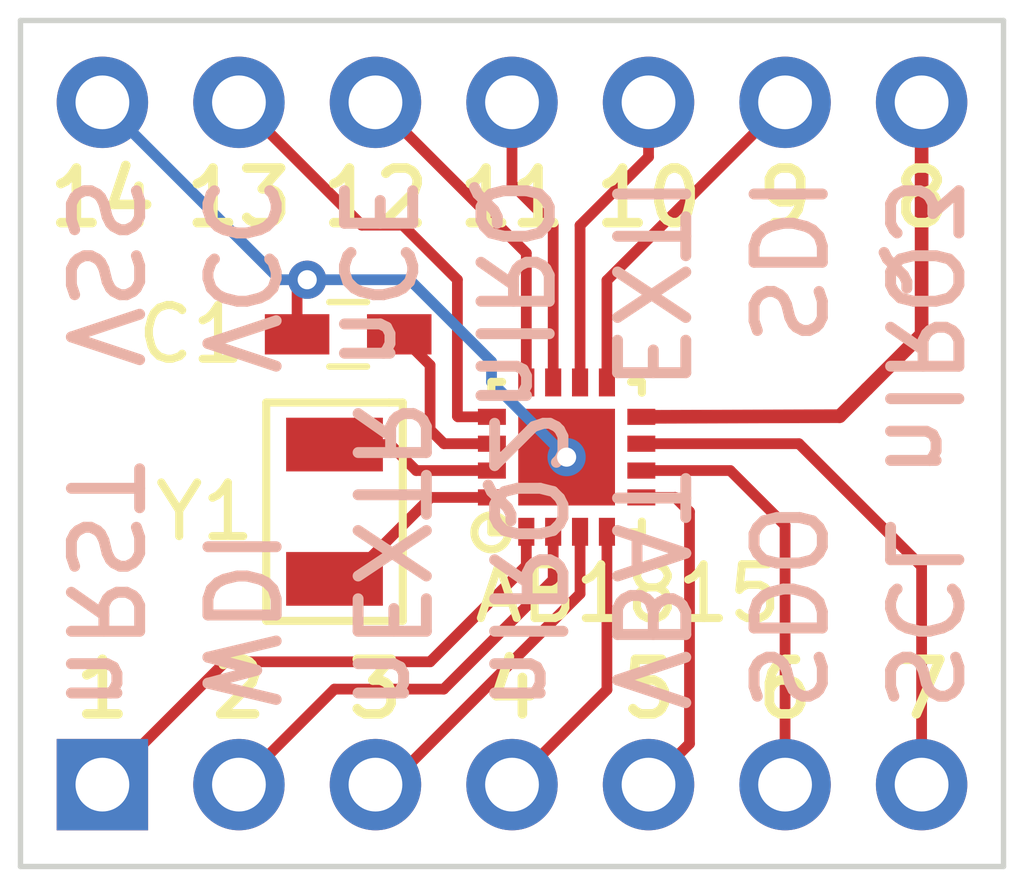
<source format=kicad_pcb>
(kicad_pcb (version 4) (host pcbnew 4.0.6)

  (general
    (links 19)
    (no_connects 0)
    (area 201.625999 150.825999 220.014001 166.674001)
    (thickness 1.6)
    (drawings 32)
    (tracks 63)
    (zones 0)
    (modules 6)
    (nets 18)
  )

  (page A3)
  (layers
    (0 F.Cu signal)
    (31 B.Cu signal)
    (32 B.Adhes user)
    (33 F.Adhes user)
    (34 B.Paste user)
    (35 F.Paste user)
    (36 B.SilkS user)
    (37 F.SilkS user)
    (38 B.Mask user)
    (39 F.Mask user)
    (40 Dwgs.User user)
    (41 Cmts.User user)
    (42 Eco1.User user)
    (43 Eco2.User user)
    (44 Edge.Cuts user)
  )

  (setup
    (last_trace_width 0.2)
    (user_trace_width 0.254)
    (trace_clearance 0.2)
    (zone_clearance 0.508)
    (zone_45_only no)
    (trace_min 0.1778)
    (segment_width 0.2)
    (edge_width 0.1)
    (via_size 0.889)
    (via_drill 0.635)
    (via_min_size 0.7112)
    (via_min_drill 0.3556)
    (user_via 0.7112 0.3556)
    (uvia_size 0.508)
    (uvia_drill 0.127)
    (uvias_allowed no)
    (uvia_min_size 0.508)
    (uvia_min_drill 0.127)
    (pcb_text_width 0.3)
    (pcb_text_size 1.5 1.5)
    (mod_edge_width 0.15)
    (mod_text_size 1 1)
    (mod_text_width 0.15)
    (pad_size 1.7 1.7)
    (pad_drill 1)
    (pad_to_mask_clearance 0)
    (aux_axis_origin 0 0)
    (visible_elements FFFFFFBF)
    (pcbplotparams
      (layerselection 0x00030_80000001)
      (usegerberextensions true)
      (excludeedgelayer true)
      (linewidth 0.150000)
      (plotframeref false)
      (viasonmask false)
      (mode 1)
      (useauxorigin false)
      (hpglpennumber 1)
      (hpglpenspeed 20)
      (hpglpendiameter 15)
      (hpglpenoverlay 2)
      (psnegative false)
      (psa4output false)
      (plotreference true)
      (plotvalue true)
      (plotinvisibletext false)
      (padsonsilk false)
      (subtractmaskfromsilk false)
      (outputformat 1)
      (mirror false)
      (drillshape 1)
      (scaleselection 1)
      (outputdirectory ""))
  )

  (net 0 "")
  (net 1 /nRST)
  (net 2 /WDI)
  (net 3 /nEXTR)
  (net 4 /PSW/nIRQ2)
  (net 5 /nCE)
  (net 6 /FOUT/nIRQ)
  (net 7 /EXTI)
  (net 8 /SDI)
  (net 9 /CLKOUT/nIRQ3)
  (net 10 /SCL)
  (net 11 /SDO)
  (net 12 /VBAT)
  (net 13 /VCC)
  (net 14 "Net-(C1-Pad1)")
  (net 15 "Net-(U1-Pad15)")
  (net 16 "Net-(U1-Pad16)")
  (net 17 GND)

  (net_class Default "This is the default net class."
    (clearance 0.2)
    (trace_width 0.2)
    (via_dia 0.889)
    (via_drill 0.635)
    (uvia_dia 0.508)
    (uvia_drill 0.127)
    (add_net /CLKOUT/nIRQ3)
    (add_net /EXTI)
    (add_net /FOUT/nIRQ)
    (add_net /PSW/nIRQ2)
    (add_net /SCL)
    (add_net /SDI)
    (add_net /SDO)
    (add_net /VBAT)
    (add_net /VCC)
    (add_net /WDI)
    (add_net /nCE)
    (add_net /nEXTR)
    (add_net /nRST)
    (add_net GND)
    (add_net "Net-(C1-Pad1)")
    (add_net "Net-(U1-Pad15)")
    (add_net "Net-(U1-Pad16)")
  )

  (module Pin_Header_Straight_1x07_Pitch2.54mm2 (layer F.Cu) (tedit 58F9855C) (tstamp 58F96AA3)
    (at 203.2 165.1 90)
    (descr "Through hole straight pin header, 1x07, 2.54mm pitch, single row")
    (tags "Through hole pin header THT 1x07 2.54mm single row")
    (path /58F96620)
    (fp_text reference J1 (at -0.254 -3.048 180) (layer F.SilkS) hide
      (effects (font (size 1 1) (thickness 0.15)))
    )
    (fp_text value CONN_01X07 (at -2.921 12.446 180) (layer F.Fab) hide
      (effects (font (size 1 1) (thickness 0.15)))
    )
    (fp_line (start -1.8 -1.8) (end -1.8 17.05) (layer F.CrtYd) (width 0.05))
    (fp_line (start -1.8 17.05) (end 1.8 17.05) (layer F.CrtYd) (width 0.05))
    (fp_line (start 1.8 17.05) (end 1.8 -1.8) (layer F.CrtYd) (width 0.05))
    (fp_line (start 1.8 -1.8) (end -1.8 -1.8) (layer F.CrtYd) (width 0.05))
    (pad 1 thru_hole rect (at 0 0 90) (size 1.7 1.7) (drill 1) (layers *.Cu *.Mask)
      (net 1 /nRST))
    (pad 2 thru_hole oval (at 0 2.54 90) (size 1.7 1.7) (drill 1) (layers *.Cu *.Mask)
      (net 2 /WDI))
    (pad 3 thru_hole oval (at 0 5.08 90) (size 1.7 1.7) (drill 1) (layers *.Cu *.Mask)
      (net 3 /nEXTR))
    (pad 4 thru_hole oval (at 0 7.62 90) (size 1.7 1.7) (drill 1) (layers *.Cu *.Mask)
      (net 4 /PSW/nIRQ2))
    (pad 5 thru_hole oval (at 0 10.16 90) (size 1.7 1.7) (drill 1) (layers *.Cu *.Mask)
      (net 12 /VBAT))
    (pad 6 thru_hole oval (at 0 12.7 90) (size 1.7 1.7) (drill 1) (layers *.Cu *.Mask)
      (net 11 /SDO))
    (pad 7 thru_hole oval (at 0 15.24 90) (size 1.7 1.7) (drill 1) (layers *.Cu *.Mask)
      (net 10 /SCL))
    (model ${KISYS3DMOD}/Pin_Headers.3dshapes/Pin_Header_Straight_1x07_Pitch2.54mm.wrl
      (at (xyz 0 -0.3 0))
      (scale (xyz 1 1 1))
      (rotate (xyz 0 0 90))
    )
  )

  (module Pin_Header_Straight_1x07_Pitch2.54mm (layer F.Cu) (tedit 58F984C3) (tstamp 58F96AAE)
    (at 203.2 152.4 90)
    (descr "Through hole straight pin header, 1x07, 2.54mm pitch, single row")
    (tags "Through hole pin header THT 1x07 2.54mm single row")
    (path /58F96967)
    (fp_text reference J2 (at 0 -3.302 180) (layer F.SilkS) hide
      (effects (font (size 1 1) (thickness 0.15)))
    )
    (fp_text value CONN_01X07 (at 2.794 12.573 180) (layer F.Fab) hide
      (effects (font (size 1 1) (thickness 0.15)))
    )
    (fp_line (start -1.8 -1.8) (end -1.8 17.05) (layer F.CrtYd) (width 0.05))
    (fp_line (start -1.8 17.05) (end 1.8 17.05) (layer F.CrtYd) (width 0.05))
    (fp_line (start 1.8 17.05) (end 1.8 -1.8) (layer F.CrtYd) (width 0.05))
    (fp_line (start 1.8 -1.8) (end -1.8 -1.8) (layer F.CrtYd) (width 0.05))
    (pad 1 thru_hole circle (at 0 0 90) (size 1.7 1.7) (drill 1) (layers *.Cu *.Mask)
      (net 17 GND))
    (pad 2 thru_hole oval (at 0 2.54 90) (size 1.7 1.7) (drill 1) (layers *.Cu *.Mask)
      (net 13 /VCC))
    (pad 3 thru_hole oval (at 0 5.08 90) (size 1.7 1.7) (drill 1) (layers *.Cu *.Mask)
      (net 5 /nCE))
    (pad 4 thru_hole oval (at 0 7.62 90) (size 1.7 1.7) (drill 1) (layers *.Cu *.Mask)
      (net 6 /FOUT/nIRQ))
    (pad 5 thru_hole oval (at 0 10.16 90) (size 1.7 1.7) (drill 1) (layers *.Cu *.Mask)
      (net 7 /EXTI))
    (pad 6 thru_hole oval (at 0 12.7 90) (size 1.7 1.7) (drill 1) (layers *.Cu *.Mask)
      (net 8 /SDI))
    (pad 7 thru_hole oval (at 0 15.24 90) (size 1.7 1.7) (drill 1) (layers *.Cu *.Mask)
      (net 9 /CLKOUT/nIRQ3))
    (model ${KISYS3DMOD}/Pin_Headers.3dshapes/Pin_Header_Straight_1x07_Pitch2.54mm.wrl
      (at (xyz 0 -0.3 0))
      (scale (xyz 1 1 1))
      (rotate (xyz 0 0 90))
    )
  )

  (module Capacitors_SMD:C_0603_HandSoldering (layer F.Cu) (tedit 58F97AC7) (tstamp 58F96A98)
    (at 207.772 156.718 180)
    (descr "Capacitor SMD 0603, hand soldering")
    (tags "capacitor 0603")
    (path /58F96539)
    (attr smd)
    (fp_text reference C1 (at 2.921 0 180) (layer F.SilkS)
      (effects (font (size 1 1) (thickness 0.15)))
    )
    (fp_text value 47pF (at -0.4445 3.8989 180) (layer F.Fab)
      (effects (font (size 1 1) (thickness 0.15)))
    )
    (fp_text user %R (at 0 -1.25 180) (layer F.Fab)
      (effects (font (size 1 1) (thickness 0.15)))
    )
    (fp_line (start -0.8 0.4) (end -0.8 -0.4) (layer F.Fab) (width 0.1))
    (fp_line (start 0.8 0.4) (end -0.8 0.4) (layer F.Fab) (width 0.1))
    (fp_line (start 0.8 -0.4) (end 0.8 0.4) (layer F.Fab) (width 0.1))
    (fp_line (start -0.8 -0.4) (end 0.8 -0.4) (layer F.Fab) (width 0.1))
    (fp_line (start -0.35 -0.6) (end 0.35 -0.6) (layer F.SilkS) (width 0.12))
    (fp_line (start 0.35 0.6) (end -0.35 0.6) (layer F.SilkS) (width 0.12))
    (fp_line (start -1.8 -0.65) (end 1.8 -0.65) (layer F.CrtYd) (width 0.05))
    (fp_line (start -1.8 -0.65) (end -1.8 0.65) (layer F.CrtYd) (width 0.05))
    (fp_line (start 1.8 0.65) (end 1.8 -0.65) (layer F.CrtYd) (width 0.05))
    (fp_line (start 1.8 0.65) (end -1.8 0.65) (layer F.CrtYd) (width 0.05))
    (pad 1 smd rect (at -0.95 0 180) (size 1.2 0.75) (layers F.Cu F.Paste F.Mask)
      (net 14 "Net-(C1-Pad1)"))
    (pad 2 smd rect (at 0.95 0 180) (size 1.2 0.75) (layers F.Cu F.Paste F.Mask)
      (net 17 GND))
    (model Capacitors_SMD.3dshapes/C_0603.wrl
      (at (xyz 0 0 0))
      (scale (xyz 1 1 1))
      (rotate (xyz 0 0 0))
    )
  )

  (module crystal:crystal (layer F.Cu) (tedit 58F97C73) (tstamp 58F96AC9)
    (at 207.518 160.02 90)
    (path /58F96103)
    (fp_text reference Y1 (at 0 -2.413 360) (layer F.SilkS)
      (effects (font (size 1 1) (thickness 0.15)))
    )
    (fp_text value Crystal (at 0 -2.032 90) (layer F.Fab) hide
      (effects (font (size 1 1) (thickness 0.15)))
    )
    (fp_line (start -2.032 -1.27) (end 2.032 -1.27) (layer F.SilkS) (width 0.15))
    (fp_line (start 2.032 -1.27) (end 2.032 1.016) (layer F.SilkS) (width 0.15))
    (fp_line (start 2.032 1.016) (end 2.032 1.27) (layer F.SilkS) (width 0.15))
    (fp_line (start 2.032 1.27) (end -2.032 1.27) (layer F.SilkS) (width 0.15))
    (fp_line (start -2.032 1.27) (end -2.032 -1.27) (layer F.SilkS) (width 0.15))
    (pad 1 smd rect (at -1.25 0 90) (size 1 1.8) (layers F.Cu F.Paste F.Mask)
      (net 16 "Net-(U1-Pad16)"))
    (pad 2 smd rect (at 1.25 0 90) (size 1 1.8) (layers F.Cu F.Paste F.Mask)
      (net 15 "Net-(U1-Pad15)"))
  )

  (module qfn16:qfn16 (layer F.Cu) (tedit 58F97ADF) (tstamp 58F97149)
    (at 211.836 159.004)
    (path /58F964D3)
    (clearance 0.1)
    (fp_text reference U1 (at 0 -2.5) (layer F.SilkS) hide
      (effects (font (size 1 1) (thickness 0.15)))
    )
    (fp_text value AB1815 (at 1.143 2.54) (layer F.SilkS)
      (effects (font (size 1 1) (thickness 0.15)))
    )
    (fp_circle (center -1.4 1.4) (end -1.1 1.5) (layer F.SilkS) (width 0.15))
    (fp_line (start -1.2 1.4) (end -1.4 1.4) (layer F.SilkS) (width 0.15))
    (fp_line (start -1.4 1.4) (end -1.4 1.2) (layer F.SilkS) (width 0.15))
    (fp_line (start 1.4 1.2) (end 1.4 1.4) (layer F.SilkS) (width 0.15))
    (fp_line (start 1.4 1.4) (end 1.2 1.4) (layer F.SilkS) (width 0.15))
    (fp_line (start 1.2 -1.4) (end 1.4 -1.4) (layer F.SilkS) (width 0.15))
    (fp_line (start 1.4 -1.4) (end 1.4 -1.2) (layer F.SilkS) (width 0.15))
    (fp_line (start -1.4 -1.2) (end -1.4 -1.4) (layer F.SilkS) (width 0.15))
    (fp_line (start -1.4 -1.4) (end -1.2 -1.4) (layer F.SilkS) (width 0.15))
    (pad 1 smd rect (at -0.75 1.39 180) (size 0.3 0.52) (layers F.Cu F.Paste F.Mask)
      (net 1 /nRST))
    (pad 2 smd rect (at -0.25 1.39 180) (size 0.3 0.52) (layers F.Cu F.Paste F.Mask)
      (net 2 /WDI))
    (pad 3 smd rect (at 0.25 1.39 180) (size 0.3 0.52) (layers F.Cu F.Paste F.Mask)
      (net 3 /nEXTR))
    (pad 4 smd rect (at 0.75 1.39 180) (size 0.3 0.52) (layers F.Cu F.Paste F.Mask)
      (net 4 /PSW/nIRQ2))
    (pad 12 smd rect (at -0.75 -1.39 180) (size 0.3 0.52) (layers F.Cu F.Paste F.Mask)
      (net 5 /nCE))
    (pad 11 smd rect (at -0.25 -1.39 180) (size 0.3 0.52) (layers F.Cu F.Paste F.Mask)
      (net 6 /FOUT/nIRQ))
    (pad 10 smd rect (at 0.25 -1.39 180) (size 0.3 0.52) (layers F.Cu F.Paste F.Mask)
      (net 7 /EXTI))
    (pad 9 smd rect (at 0.75 -1.39 180) (size 0.3 0.52) (layers F.Cu F.Paste F.Mask)
      (net 8 /SDI))
    (pad 8 smd rect (at 1.39 -0.75 180) (size 0.52 0.3) (layers F.Cu F.Paste F.Mask)
      (net 9 /CLKOUT/nIRQ3))
    (pad 7 smd rect (at 1.39 -0.25 180) (size 0.52 0.3) (layers F.Cu F.Paste F.Mask)
      (net 10 /SCL))
    (pad 6 smd rect (at 1.39 0.25 180) (size 0.52 0.3) (layers F.Cu F.Paste F.Mask)
      (net 11 /SDO))
    (pad 5 smd rect (at 1.39 0.75 180) (size 0.52 0.3) (layers F.Cu F.Paste F.Mask)
      (net 12 /VBAT))
    (pad 13 smd rect (at -1.39 -0.75 180) (size 0.52 0.3) (layers F.Cu F.Paste F.Mask)
      (net 13 /VCC))
    (pad 14 smd rect (at -1.39 -0.25 180) (size 0.52 0.3) (layers F.Cu F.Paste F.Mask)
      (net 14 "Net-(C1-Pad1)"))
    (pad 15 smd rect (at -1.39 0.25 180) (size 0.52 0.3) (layers F.Cu F.Paste F.Mask)
      (net 15 "Net-(U1-Pad15)"))
    (pad 16 smd rect (at -1.39 0.75 180) (size 0.52 0.3) (layers F.Cu F.Paste F.Mask)
      (net 16 "Net-(U1-Pad16)"))
    (pad PAD smd rect (at 0 0 180) (size 1.8 1.8) (layers F.Cu F.Paste F.Mask)
      (net 17 GND))
  )

  (module qfn16:via (layer F.Cu) (tedit 58F9818A) (tstamp 58F980CD)
    (at 211.836 159.004)
    (fp_text reference REF** (at 0 1.778) (layer F.SilkS) hide
      (effects (font (size 1 1) (thickness 0.15)))
    )
    (fp_text value via (at 0 -1.778) (layer F.Fab) hide
      (effects (font (size 1 1) (thickness 0.15)))
    )
    (pad 1 thru_hole circle (at 0 0) (size 0.7112 0.7112) (drill 0.3556) (layers *.Cu)
      (net 17 GND) (zone_connect 2))
  )

  (gr_text VSS (at 203.2 153.67 270) (layer B.SilkS)
    (effects (font (size 1.27 1.27) (thickness 0.2032)) (justify right mirror))
  )
  (gr_text VCC (at 205.74 153.67 270) (layer B.SilkS)
    (effects (font (size 1.27 1.27) (thickness 0.2032)) (justify right mirror))
  )
  (gr_text nCE (at 208.28 153.67 270) (layer B.SilkS)
    (effects (font (size 1.27 1.27) (thickness 0.2032)) (justify right mirror))
  )
  (gr_text nIRQ (at 210.82 153.67 270) (layer B.SilkS)
    (effects (font (size 1.27 1.27) (thickness 0.2032)) (justify right mirror))
  )
  (gr_text EXTI (at 213.36 153.67 270) (layer B.SilkS)
    (effects (font (size 1.27 1.27) (thickness 0.2032)) (justify right mirror))
  )
  (gr_text SDI (at 215.9 153.67 270) (layer B.SilkS)
    (effects (font (size 1.27 1.27) (thickness 0.2032)) (justify right mirror))
  )
  (gr_text nIRQ3 (at 218.44 153.67 270) (layer B.SilkS)
    (effects (font (size 1.27 1.27) (thickness 0.2032)) (justify right mirror))
  )
  (gr_text SCL (at 218.44 163.83 270) (layer B.SilkS)
    (effects (font (size 1.27 1.27) (thickness 0.2032)) (justify left mirror))
  )
  (gr_text SDO (at 215.9 163.83 270) (layer B.SilkS)
    (effects (font (size 1.27 1.27) (thickness 0.2032)) (justify left mirror))
  )
  (gr_text VBAT (at 213.36 163.83 270) (layer B.SilkS)
    (effects (font (size 1.27 1.27) (thickness 0.2032)) (justify left mirror))
  )
  (gr_text nIRQ2 (at 211.074 163.83 270) (layer B.SilkS)
    (effects (font (size 1.27 1.27) (thickness 0.2032)) (justify left mirror))
  )
  (gr_text nEXTR (at 208.534 163.83 270) (layer B.SilkS)
    (effects (font (size 1.27 1.27) (thickness 0.2032)) (justify left mirror))
  )
  (gr_text WDI (at 205.74 163.83 270) (layer B.SilkS)
    (effects (font (size 1.27 1.27) (thickness 0.2032)) (justify left mirror))
  )
  (gr_text nRST (at 203.2 163.83 270) (layer B.SilkS)
    (effects (font (size 1.27 1.27) (thickness 0.2032)) (justify left mirror))
  )
  (gr_text 14 (at 203.2 154.178) (layer F.SilkS)
    (effects (font (size 1.016 1.016) (thickness 0.1778)))
  )
  (gr_text 13 (at 205.74 154.178) (layer F.SilkS)
    (effects (font (size 1.016 1.016) (thickness 0.1778)))
  )
  (gr_text 12 (at 208.28 154.178) (layer F.SilkS)
    (effects (font (size 1.016 1.016) (thickness 0.1778)))
  )
  (gr_text 11 (at 210.82 154.178) (layer F.SilkS)
    (effects (font (size 1.016 1.016) (thickness 0.1778)))
  )
  (gr_text 10 (at 213.36 154.178) (layer F.SilkS)
    (effects (font (size 1.016 1.016) (thickness 0.1778)))
  )
  (gr_text 9 (at 215.9 154.178) (layer F.SilkS)
    (effects (font (size 1.016 1.016) (thickness 0.1778)))
  )
  (gr_text 8 (at 218.44 154.178) (layer F.SilkS)
    (effects (font (size 1.016 1.016) (thickness 0.1778)))
  )
  (gr_text 7 (at 218.44 163.322) (layer F.SilkS)
    (effects (font (size 1.016 1.016) (thickness 0.1778)))
  )
  (gr_text 6 (at 215.9 163.322) (layer F.SilkS)
    (effects (font (size 1.016 1.016) (thickness 0.1778)))
  )
  (gr_text 5 (at 213.36 163.322) (layer F.SilkS)
    (effects (font (size 1.016 1.016) (thickness 0.1778)))
  )
  (gr_text 4 (at 210.82 163.322) (layer F.SilkS)
    (effects (font (size 1.016 1.016) (thickness 0.1778)))
  )
  (gr_text 3 (at 208.28 163.322) (layer F.SilkS)
    (effects (font (size 1.016 1.016) (thickness 0.1778)))
  )
  (gr_text 2 (at 205.74 163.322) (layer F.SilkS)
    (effects (font (size 1.016 1.016) (thickness 0.1778)))
  )
  (gr_line (start 201.676 166.624) (end 219.964 166.624) (angle 90) (layer Edge.Cuts) (width 0.1))
  (gr_line (start 201.676 150.876) (end 201.676 166.624) (angle 90) (layer Edge.Cuts) (width 0.1))
  (gr_line (start 219.964 150.876) (end 201.676 150.876) (angle 90) (layer Edge.Cuts) (width 0.1))
  (gr_line (start 219.964 166.624) (end 219.964 150.876) (angle 90) (layer Edge.Cuts) (width 0.1))
  (gr_text 1 (at 203.2 163.322) (layer F.SilkS)
    (effects (font (size 1.016 1.016) (thickness 0.1778)))
  )

  (segment (start 211.086 160.394) (end 211.086 161.024) (width 0.2) (layer F.Cu) (net 1))
  (segment (start 205.486 162.814) (end 203.2 165.1) (width 0.2) (layer F.Cu) (net 1) (tstamp 58F97516))
  (segment (start 209.296 162.814) (end 205.486 162.814) (width 0.2) (layer F.Cu) (net 1) (tstamp 58F97513))
  (segment (start 211.086 161.024) (end 209.296 162.814) (width 0.2) (layer F.Cu) (net 1) (tstamp 58F9750E))
  (segment (start 211.586 160.394) (end 211.586 161.286) (width 0.2) (layer F.Cu) (net 2))
  (segment (start 207.518 163.322) (end 205.74 165.1) (width 0.2) (layer F.Cu) (net 2) (tstamp 58F97525))
  (segment (start 209.55 163.322) (end 207.518 163.322) (width 0.2) (layer F.Cu) (net 2) (tstamp 58F97522))
  (segment (start 211.586 161.286) (end 209.55 163.322) (width 0.2) (layer F.Cu) (net 2) (tstamp 58F9751D))
  (segment (start 212.086 160.394) (end 212.086 161.548) (width 0.2) (layer F.Cu) (net 3))
  (segment (start 212.086 161.548) (end 208.534 165.1) (width 0.2) (layer F.Cu) (net 3) (tstamp 58F97529))
  (segment (start 208.534 165.1) (end 208.28 165.1) (width 0.2) (layer F.Cu) (net 3) (tstamp 58F97530))
  (segment (start 212.586 160.394) (end 212.586 163.334) (width 0.2) (layer F.Cu) (net 4))
  (segment (start 212.586 163.334) (end 210.82 165.1) (width 0.2) (layer F.Cu) (net 4) (tstamp 58F97534))
  (segment (start 211.086 157.614) (end 211.086 155.206) (width 0.2) (layer F.Cu) (net 5))
  (segment (start 211.086 155.206) (end 208.28 152.4) (width 0.2) (layer F.Cu) (net 5) (tstamp 58F974C5))
  (segment (start 211.586 157.614) (end 211.586 154.69) (width 0.2) (layer F.Cu) (net 6))
  (segment (start 210.82 153.924) (end 210.82 152.4) (width 0.2) (layer F.Cu) (net 6) (tstamp 58F974C2))
  (segment (start 211.586 154.69) (end 210.82 153.924) (width 0.2) (layer F.Cu) (net 6) (tstamp 58F974C1))
  (segment (start 212.086 157.614) (end 212.086 154.69) (width 0.2) (layer F.Cu) (net 7))
  (segment (start 213.36 153.416) (end 213.36 152.4) (width 0.2) (layer F.Cu) (net 7) (tstamp 58F974BD))
  (segment (start 212.086 154.69) (end 213.36 153.416) (width 0.2) (layer F.Cu) (net 7) (tstamp 58F974BA))
  (segment (start 212.586 157.614) (end 212.586 155.714) (width 0.2) (layer F.Cu) (net 8))
  (segment (start 212.586 155.714) (end 215.9 152.4) (width 0.2) (layer F.Cu) (net 8) (tstamp 58F97592))
  (segment (start 217.424 157.734) (end 216.916 158.242) (width 0.254) (layer F.Cu) (net 9))
  (segment (start 218.44 156.718) (end 217.424 157.734) (width 0.254) (layer F.Cu) (net 9) (tstamp 58F9739D))
  (segment (start 218.44 152.4) (end 218.44 156.718) (width 0.254) (layer F.Cu) (net 9))
  (segment (start 216.916 158.242) (end 213.226 158.254) (width 0.254) (layer F.Cu) (net 9) (tstamp 58F973BC))
  (segment (start 213.226 158.754) (end 216.158 158.754) (width 0.2) (layer F.Cu) (net 10))
  (segment (start 218.44 161.036) (end 218.44 165.1) (width 0.2) (layer F.Cu) (net 10) (tstamp 58F9754E))
  (segment (start 216.158 158.754) (end 218.44 161.036) (width 0.2) (layer F.Cu) (net 10) (tstamp 58F9754C))
  (segment (start 213.226 159.254) (end 214.88 159.254) (width 0.2) (layer F.Cu) (net 11))
  (segment (start 215.9 160.274) (end 215.9 165.1) (width 0.2) (layer F.Cu) (net 11) (tstamp 58F97548))
  (segment (start 214.88 159.254) (end 215.9 160.274) (width 0.2) (layer F.Cu) (net 11) (tstamp 58F97542))
  (segment (start 213.226 159.754) (end 213.856 159.754) (width 0.2) (layer F.Cu) (net 12))
  (segment (start 214.122 164.338) (end 213.36 165.1) (width 0.2) (layer F.Cu) (net 12) (tstamp 58F97585))
  (segment (start 214.122 160.02) (end 214.122 164.338) (width 0.2) (layer F.Cu) (net 12) (tstamp 58F97582))
  (segment (start 213.856 159.754) (end 214.122 160.02) (width 0.2) (layer F.Cu) (net 12) (tstamp 58F9757E))
  (segment (start 213.226 164.966) (end 213.36 165.1) (width 0.2) (layer F.Cu) (net 12) (tstamp 58F9753A))
  (segment (start 210.446 158.254) (end 209.816 158.254) (width 0.2) (layer F.Cu) (net 13))
  (segment (start 208.026 154.686) (end 205.74 152.4) (width 0.2) (layer F.Cu) (net 13) (tstamp 58F975AA))
  (segment (start 208.788 154.686) (end 208.026 154.686) (width 0.2) (layer F.Cu) (net 13) (tstamp 58F975A6))
  (segment (start 209.804 155.702) (end 208.788 154.686) (width 0.2) (layer F.Cu) (net 13) (tstamp 58F975A3))
  (segment (start 209.804 158.242) (end 209.804 155.702) (width 0.2) (layer F.Cu) (net 13) (tstamp 58F9759E))
  (segment (start 209.816 158.254) (end 209.804 158.242) (width 0.2) (layer F.Cu) (net 13) (tstamp 58F9759C))
  (segment (start 210.446 158.754) (end 209.554 158.754) (width 0.2) (layer F.Cu) (net 14))
  (segment (start 209.296 157.292) (end 208.722 156.718) (width 0.2) (layer F.Cu) (net 14) (tstamp 58F974E3))
  (segment (start 209.296 158.496) (end 209.296 157.292) (width 0.2) (layer F.Cu) (net 14) (tstamp 58F974DF))
  (segment (start 209.554 158.754) (end 209.296 158.496) (width 0.2) (layer F.Cu) (net 14) (tstamp 58F974DA))
  (segment (start 210.446 159.254) (end 209.038 159.254) (width 0.2) (layer F.Cu) (net 15))
  (segment (start 208.554 158.77) (end 207.518 158.77) (width 0.2) (layer F.Cu) (net 15) (tstamp 58F974EB))
  (segment (start 209.038 159.254) (end 208.554 158.77) (width 0.2) (layer F.Cu) (net 15) (tstamp 58F974E7))
  (segment (start 210.446 159.754) (end 209.308 159.754) (width 0.2) (layer F.Cu) (net 16))
  (segment (start 209.308 159.754) (end 207.792 161.27) (width 0.2) (layer F.Cu) (net 16) (tstamp 58F974F0))
  (segment (start 207.792 161.27) (end 207.518 161.27) (width 0.2) (layer F.Cu) (net 16) (tstamp 58F974F6))
  (segment (start 207.01 155.702) (end 206.502 155.702) (width 0.2) (layer B.Cu) (net 17))
  (segment (start 206.502 155.702) (end 203.2 152.4) (width 0.2) (layer B.Cu) (net 17) (tstamp 58F97BBE))
  (segment (start 207.01 155.702) (end 208.915 155.702) (width 0.2) (layer B.Cu) (net 17) (tstamp 58F97BB6))
  (segment (start 210.439 157.226) (end 208.915 155.702) (width 0.2) (layer B.Cu) (net 17) (tstamp 58F97BB5))
  (segment (start 210.439 157.607) (end 210.439 157.226) (width 0.2) (layer B.Cu) (net 17) (tstamp 58F97BB4))
  (segment (start 210.439 157.607) (end 211.836 159.004) (width 0.2) (layer B.Cu) (net 17) (tstamp 58F97BB3))
  (via (at 207.01 155.702) (size 0.7112) (drill 0.3556) (layers F.Cu B.Cu) (net 17))
  (segment (start 206.822 156.718) (end 206.822 155.89) (width 0.2) (layer F.Cu) (net 17))
  (segment (start 206.822 155.89) (end 207.01 155.702) (width 0.2) (layer F.Cu) (net 17) (tstamp 58F97606))

  (zone (net 17) (net_name GND) (layer B.Cu) (tstamp 58F97BE5) (hatch edge 0.508)
    (connect_pads (clearance 0.508))
    (min_thickness 0.254)
    (fill (arc_segments 16) (thermal_gap 0.508) (thermal_bridge_width 0.508))
    (polygon
      (pts
        (xy 220.345 167.005) (xy 201.295 167.005) (xy 201.295 150.495) (xy 220.345 150.495)
      )
    )
  )
)

</source>
